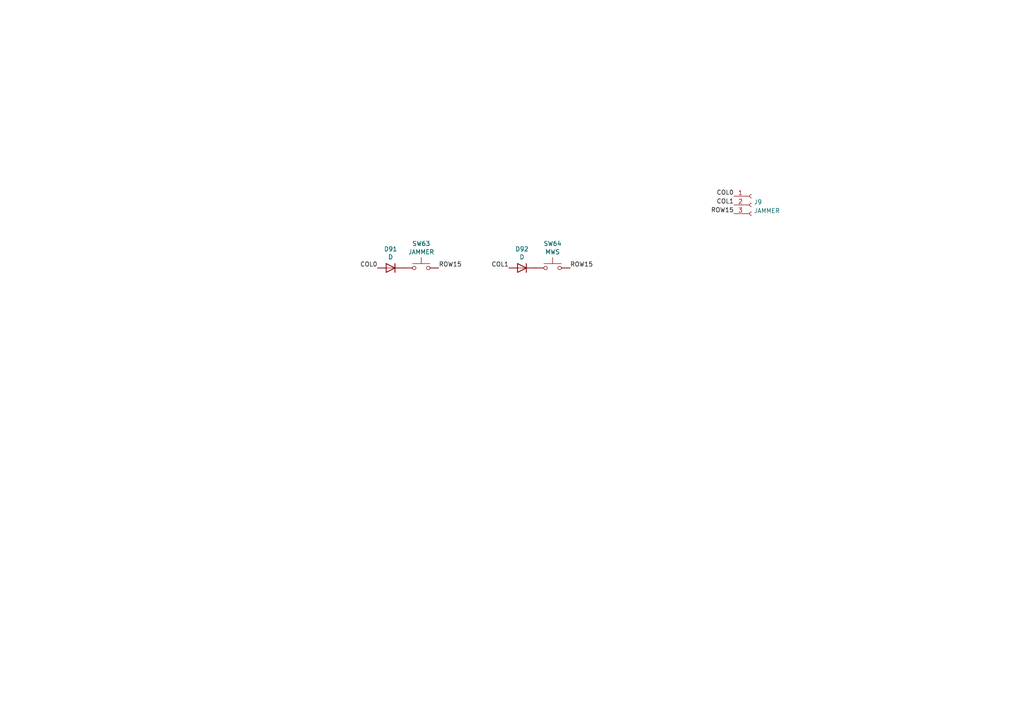
<source format=kicad_sch>
(kicad_sch (version 20230121) (generator eeschema)
  (paper "A4")
  (lib_symbols
    (symbol "Connector:Conn_01x03_Female" (pin_names (offset 1.016) hide)
      (property "Reference" "J" (at 0 5.08 0))
      (property "Value" "Conn_01x03_Female" (at 0 -5.08 0))
      (symbol "Conn_01x03_Female_1_1"
        (arc (start 0 -2.032) (mid -0.5058 -2.54) (end 0 -3.048) (stroke (width 0.1524)))
        (polyline (pts (xy -1.27 -2.54) (xy -0.508 -2.54)) (stroke (width 0.1524)))
        (polyline (pts (xy -1.27 0) (xy -0.508 0)) (stroke (width 0.1524)))
        (polyline (pts (xy -1.27 2.54) (xy -0.508 2.54)) (stroke (width 0.1524)))
        (arc (start 0 0.508) (mid -0.5058 0) (end 0 -0.508) (stroke (width 0.1524)))
        (arc (start 0 3.048) (mid -0.5058 2.54) (end 0 2.032) (stroke (width 0.1524)))
        (pin passive line (at -5.08 2.54 0) (length 3.81) (name "Pin_1") (number "1"))
        (pin passive line (at -5.08 0 0) (length 3.81) (name "Pin_2") (number "2"))
        (pin passive line (at -5.08 -2.54 0) (length 3.81) (name "Pin_3") (number "3"))
      )
    )
    (symbol "Device:D" (pin_numbers hide) (pin_names (offset 1.016) hide)
      (property "Reference" "D" (at 0 2.54 0))
      (property "Value" "D" (at 0 -2.54 0))
      (symbol "D_0_1"
        (polyline (pts (xy -1.27 1.27) (xy -1.27 -1.27)) (stroke (width 0.254)))
        (polyline (pts (xy 1.27 0) (xy -1.27 0)))
        (polyline (pts (xy 1.27 1.27) (xy 1.27 -1.27) (xy -1.27 0) (xy 1.27 1.27)) (stroke (width 0.254)))
      )
      (symbol "D_1_1"
        (pin passive line (at -3.81 0 0) (length 2.54) (name "K") (number "1"))
        (pin passive line (at 3.81 0 180) (length 2.54) (name "A") (number "2"))
      )
    )
    (symbol "Switch:SW_Push" (pin_numbers hide) (pin_names (offset 1.016) hide)
      (property "Reference" "SW" (at 1.27 2.54 0))
      (property "Value" "SW_Push" (at 0 -1.524 0))
      (symbol "SW_Push_0_1"
        (circle (center -2.032 0) (radius 0.508))
        (polyline (pts (xy 0 1.27) (xy 0 3.048)))
        (polyline (pts (xy 2.54 1.27) (xy -2.54 1.27)))
        (circle (center 2.032 0) (radius 0.508))
        (pin passive line (at -5.08 0 0) (length 2.54) (name "1") (number "1"))
        (pin passive line (at 5.08 0 180) (length 2.54) (name "2") (number "2"))
      )
    )
  )
  (label "ROW15" (at 165.354 77.724 0))
  (label "COL0" (at 212.852 56.896 180))
  (label "COL1" (at 147.574 77.724 180))
  (label "COL1" (at 212.852 59.436 180))
  (label "ROW15" (at 127.254 77.724 0))
  (label "ROW15" (at 212.852 61.976 180))
  (label "COL0" (at 109.474 77.724 180))
  (symbol (lib_id "Connector:Conn_01x03_Female") (at 217.932 59.436 0) (unit 1)
    (property "Reference" "J9" (at 218.6432 58.6013 0) (effects (justify left)))
    (property "Value" "JAMMER" (at 218.6432 61.1382 0) (effects (justify left)))
  )
  (symbol (lib_id "Switch:SW_Push") (at 122.174 77.724 0) (unit 1)
    (property "Reference" "SW63" (at 122.174 70.6587 0))
    (property "Value" "JAMMER" (at 122.174 73.0829 0))
    (property "Footprint" "Connector_Molex:Molex_KK-254_AE-6410-02A_1x02_P2.54mm_Vertical" (effects hide))
  )
  (symbol (lib_id "Device:D") (at 151.384 77.724 0) (mirror y) (unit 1)
    (property "Reference" "D92" (at 151.384 72.2376 0))
    (property "Value" "D" (at 151.384 74.549 0))
    (property "Footprint" "Diode_THT:D_A-405_P7.62mm_Horizontal" (effects hide))
  )
  (symbol (lib_id "Switch:SW_Push") (at 160.274 77.724 0) (unit 1)
    (property "Reference" "SW64" (at 160.274 70.6587 0))
    (property "Value" "MWS" (at 160.274 73.0829 0))
    (property "Footprint" "Connector_Molex:Molex_KK-254_AE-6410-02A_1x02_P2.54mm_Vertical" (effects hide))
  )
  (symbol (lib_id "Device:D") (at 113.284 77.724 0) (mirror y) (unit 1)
    (property "Reference" "D91" (at 113.284 72.2376 0))
    (property "Value" "D" (at 113.284 74.549 0))
    (property "Footprint" "Diode_THT:D_A-405_P7.62mm_Horizontal" (effects hide))
  )
)
</source>
